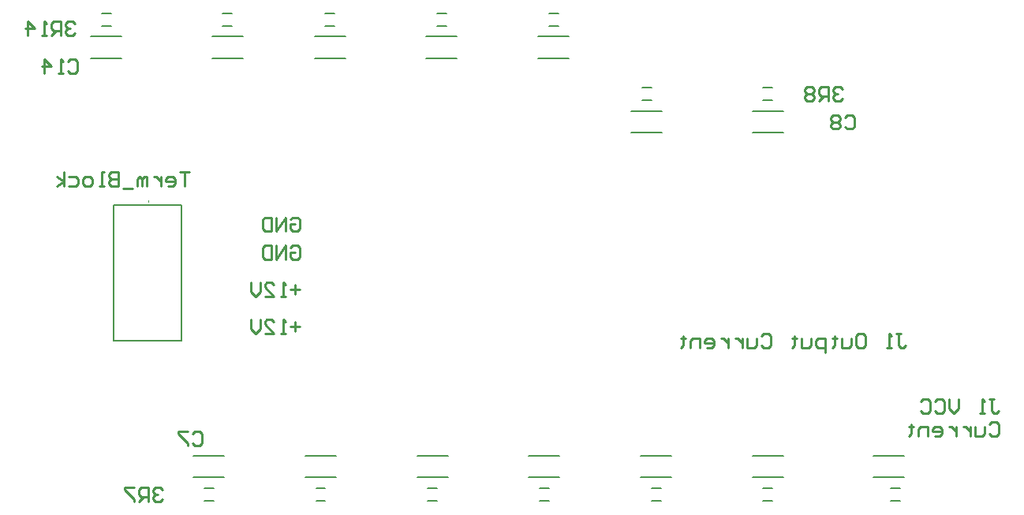
<source format=gbo>
G04*
G04 #@! TF.GenerationSoftware,Altium Limited,Altium Designer,23.5.1 (21)*
G04*
G04 Layer_Color=32896*
%FSLAX25Y25*%
%MOIN*%
G70*
G04*
G04 #@! TF.SameCoordinates,1A84014D-912B-431A-891A-BB623E0DE537*
G04*
G04*
G04 #@! TF.FilePolarity,Positive*
G04*
G01*
G75*
%ADD10C,0.00787*%
%ADD11C,0.00394*%
%ADD12C,0.01000*%
D10*
X172433Y287554D02*
X201173D01*
Y230467D02*
Y287554D01*
X172433Y230467D02*
X201173D01*
X172433D02*
Y287554D01*
X167323Y368799D02*
X171260D01*
X167323Y363484D02*
X171260D01*
X218504Y368799D02*
X222441D01*
X218504Y363484D02*
X222441D01*
X261811Y368799D02*
X265748D01*
X261811Y363484D02*
X265748D01*
X309055Y368799D02*
X312992D01*
X309055Y363484D02*
X312992D01*
X356299Y368799D02*
X360236D01*
X356299Y363484D02*
X360236D01*
X395669Y337303D02*
X399606D01*
X395669Y331988D02*
X399606D01*
X446850Y337303D02*
X450787D01*
X446850Y331988D02*
X450787D01*
X210630Y162697D02*
X214567D01*
X210630Y168012D02*
X214567D01*
X257874Y162697D02*
X261811D01*
X257874Y168012D02*
X261811D01*
X305118Y162697D02*
X309055D01*
X305118Y168012D02*
X309055D01*
X352362Y162697D02*
X356299D01*
X352362Y168012D02*
X356299D01*
X399606Y162697D02*
X403543D01*
X399606Y168012D02*
X403543D01*
X446850Y162697D02*
X450787D01*
X446850Y168012D02*
X450787D01*
X500689D02*
X504626D01*
X500689Y162697D02*
X504626D01*
X162783Y349693D02*
X175800D01*
X162783Y358969D02*
X175800D01*
X493492Y181804D02*
X506508D01*
X493492Y172527D02*
X506508D01*
X206090D02*
X219107D01*
X206090Y181804D02*
X219107D01*
X213964Y358969D02*
X226981D01*
X213964Y349693D02*
X226981D01*
X257271Y358969D02*
X270288D01*
X257271Y349693D02*
X270288D01*
X304515Y358969D02*
X317532D01*
X304515Y349693D02*
X317532D01*
X351760Y358969D02*
X364776D01*
X351760Y349693D02*
X364776D01*
X391129Y327473D02*
X404146D01*
X391129Y318197D02*
X404146D01*
X442311Y327473D02*
X455327D01*
X442311Y318197D02*
X455327D01*
X442311Y181804D02*
X455327D01*
X442311Y172527D02*
X455327D01*
X395066Y181804D02*
X408083D01*
X395066Y172527D02*
X408083D01*
X347822Y181804D02*
X360839D01*
X347822Y172527D02*
X360839D01*
X300578Y181804D02*
X313595D01*
X300578Y172527D02*
X313595D01*
X253334Y181804D02*
X266351D01*
X253334Y172527D02*
X266351D01*
D11*
X187000Y289128D02*
Y289522D01*
Y289128D01*
D12*
X542245Y205572D02*
X544245D01*
X543245D01*
Y200574D01*
X544245Y199574D01*
X545244D01*
X546244Y200574D01*
X540246Y199574D02*
X538247D01*
X539246D01*
Y205572D01*
X540246Y204572D01*
X529250Y205572D02*
Y201573D01*
X527250Y199574D01*
X525251Y201573D01*
Y205572D01*
X519253Y204572D02*
X520253Y205572D01*
X522252D01*
X523251Y204572D01*
Y200574D01*
X522252Y199574D01*
X520253D01*
X519253Y200574D01*
X513255Y204572D02*
X514254Y205572D01*
X516254D01*
X517253Y204572D01*
Y200574D01*
X516254Y199574D01*
X514254D01*
X513255Y200574D01*
X542245Y194975D02*
X543245Y195974D01*
X545244D01*
X546244Y194975D01*
Y190976D01*
X545244Y189976D01*
X543245D01*
X542245Y190976D01*
X540246Y193975D02*
Y190976D01*
X539246Y189976D01*
X536247D01*
Y193975D01*
X534248D02*
Y189976D01*
Y191976D01*
X533248Y192975D01*
X532249Y193975D01*
X531249D01*
X528250D02*
Y189976D01*
Y191976D01*
X527250Y192975D01*
X526251Y193975D01*
X525251D01*
X519253Y189976D02*
X521252D01*
X522252Y190976D01*
Y192975D01*
X521252Y193975D01*
X519253D01*
X518253Y192975D01*
Y191976D01*
X522252D01*
X516254Y189976D02*
Y193975D01*
X513255D01*
X512255Y192975D01*
Y189976D01*
X509256Y194975D02*
Y193975D01*
X510256D01*
X508256D01*
X509256D01*
Y190976D01*
X508256Y189976D01*
X247033Y281510D02*
X248017Y282494D01*
X249985D01*
X250969Y281510D01*
Y277574D01*
X249985Y276590D01*
X248017D01*
X247033Y277574D01*
Y279542D01*
X249001D01*
X245065Y276590D02*
Y282494D01*
X241129Y276590D01*
Y282494D01*
X239161D02*
Y276590D01*
X236210D01*
X235226Y277574D01*
Y281510D01*
X236210Y282494D01*
X239161D01*
X250969Y236235D02*
X247033D01*
X249001Y238203D02*
Y234267D01*
X245065Y233283D02*
X243097D01*
X244081D01*
Y239187D01*
X245065Y238203D01*
X236210Y233283D02*
X240145D01*
X236210Y237219D01*
Y238203D01*
X237193Y239187D01*
X239161D01*
X240145Y238203D01*
X234242Y239187D02*
Y235251D01*
X232274Y233283D01*
X230306Y235251D01*
Y239187D01*
X502875Y233407D02*
X504875D01*
X503875D01*
Y228409D01*
X504875Y227409D01*
X505874D01*
X506874Y228409D01*
X500876Y227409D02*
X498877D01*
X499876D01*
Y233407D01*
X500876Y232407D01*
X486880Y233407D02*
X488880D01*
X489880Y232407D01*
Y228409D01*
X488880Y227409D01*
X486880D01*
X485881Y228409D01*
Y232407D01*
X486880Y233407D01*
X483882Y231407D02*
Y228409D01*
X482882Y227409D01*
X479883D01*
Y231407D01*
X476884Y232407D02*
Y231407D01*
X477883D01*
X475884D01*
X476884D01*
Y228409D01*
X475884Y227409D01*
X472885Y225410D02*
Y231407D01*
X469886D01*
X468886Y230408D01*
Y228409D01*
X469886Y227409D01*
X472885D01*
X466887Y231407D02*
Y228409D01*
X465887Y227409D01*
X462888D01*
Y231407D01*
X459889Y232407D02*
Y231407D01*
X460889D01*
X458889D01*
X459889D01*
Y228409D01*
X458889Y227409D01*
X445894Y232407D02*
X446893Y233407D01*
X448893D01*
X449893Y232407D01*
Y228409D01*
X448893Y227409D01*
X446893D01*
X445894Y228409D01*
X443894Y231407D02*
Y228409D01*
X442895Y227409D01*
X439896D01*
Y231407D01*
X437896D02*
Y227409D01*
Y229408D01*
X436897Y230408D01*
X435897Y231407D01*
X434897D01*
X431898D02*
Y227409D01*
Y229408D01*
X430899Y230408D01*
X429899Y231407D01*
X428899D01*
X422901Y227409D02*
X424900D01*
X425900Y228409D01*
Y230408D01*
X424900Y231407D01*
X422901D01*
X421902Y230408D01*
Y229408D01*
X425900D01*
X419902Y227409D02*
Y231407D01*
X416903D01*
X415903Y230408D01*
Y227409D01*
X412904Y232407D02*
Y231407D01*
X413904D01*
X411905D01*
X412904D01*
Y228409D01*
X411905Y227409D01*
X247033Y269699D02*
X248017Y270683D01*
X249985D01*
X250969Y269699D01*
Y265763D01*
X249985Y264779D01*
X248017D01*
X247033Y265763D01*
Y267731D01*
X249001D01*
X245065Y264779D02*
Y270683D01*
X241129Y264779D01*
Y270683D01*
X239161D02*
Y264779D01*
X236210D01*
X235226Y265763D01*
Y269699D01*
X236210Y270683D01*
X239161D01*
X250969Y251983D02*
X247033D01*
X249001Y253951D02*
Y250015D01*
X245065Y249031D02*
X243097D01*
X244081D01*
Y254935D01*
X245065Y253951D01*
X236210Y249031D02*
X240145D01*
X236210Y252967D01*
Y253951D01*
X237193Y254935D01*
X239161D01*
X240145Y253951D01*
X234242Y254935D02*
Y250999D01*
X232274Y249031D01*
X230306Y250999D01*
Y254935D01*
X204300Y301698D02*
X200301D01*
X202301D01*
Y295700D01*
X195303D02*
X197302D01*
X198302Y296700D01*
Y298699D01*
X197302Y299699D01*
X195303D01*
X194303Y298699D01*
Y297699D01*
X198302D01*
X192304Y299699D02*
Y295700D01*
Y297699D01*
X191304Y298699D01*
X190305Y299699D01*
X189305D01*
X186306Y295700D02*
Y299699D01*
X185306D01*
X184307Y298699D01*
Y295700D01*
Y298699D01*
X183307Y299699D01*
X182307Y298699D01*
Y295700D01*
X180308Y294700D02*
X176309D01*
X174310Y301698D02*
Y295700D01*
X171311D01*
X170311Y296700D01*
Y297699D01*
X171311Y298699D01*
X174310D01*
X171311D01*
X170311Y299699D01*
Y300698D01*
X171311Y301698D01*
X174310D01*
X168312Y295700D02*
X166312D01*
X167312D01*
Y301698D01*
X168312D01*
X162314Y295700D02*
X160314D01*
X159315Y296700D01*
Y298699D01*
X160314Y299699D01*
X162314D01*
X163313Y298699D01*
Y296700D01*
X162314Y295700D01*
X153316Y299699D02*
X156316D01*
X157315Y298699D01*
Y296700D01*
X156316Y295700D01*
X153316D01*
X151317D02*
Y301698D01*
Y297699D02*
X148318Y299699D01*
X151317Y297699D02*
X148318Y295700D01*
X205724Y190976D02*
X206724Y191975D01*
X208723D01*
X209723Y190976D01*
Y186977D01*
X208723Y185977D01*
X206724D01*
X205724Y186977D01*
X203725Y191975D02*
X199726D01*
Y190976D01*
X203725Y186977D01*
Y185977D01*
X153105Y348456D02*
X154105Y349456D01*
X156104D01*
X157104Y348456D01*
Y344457D01*
X156104Y343458D01*
X154105D01*
X153105Y344457D01*
X151106Y343458D02*
X149107D01*
X150106D01*
Y349456D01*
X151106Y348456D01*
X143108Y343458D02*
Y349456D01*
X146107Y346457D01*
X142109D01*
X481315Y324834D02*
X482314Y325834D01*
X484314D01*
X485313Y324834D01*
Y320835D01*
X484314Y319836D01*
X482314D01*
X481315Y320835D01*
X479315Y324834D02*
X478316Y325834D01*
X476316D01*
X475317Y324834D01*
Y323834D01*
X476316Y322835D01*
X475317Y321835D01*
Y320835D01*
X476316Y319836D01*
X478316D01*
X479315Y320835D01*
Y321835D01*
X478316Y322835D01*
X479315Y323834D01*
Y324834D01*
X478316Y322835D02*
X476316D01*
X193037Y167354D02*
X192037Y168353D01*
X190038D01*
X189038Y167354D01*
Y166354D01*
X190038Y165354D01*
X191037D01*
X190038D01*
X189038Y164355D01*
Y163355D01*
X190038Y162355D01*
X192037D01*
X193037Y163355D01*
X187039Y162355D02*
Y168353D01*
X184040D01*
X183040Y167354D01*
Y165354D01*
X184040Y164355D01*
X187039D01*
X185039D02*
X183040Y162355D01*
X181041Y168353D02*
X177042D01*
Y167354D01*
X181041Y163355D01*
Y162355D01*
X156166Y364204D02*
X155166Y365204D01*
X153167D01*
X152167Y364204D01*
Y363204D01*
X153167Y362205D01*
X154166D01*
X153167D01*
X152167Y361205D01*
Y360205D01*
X153167Y359206D01*
X155166D01*
X156166Y360205D01*
X150168Y359206D02*
Y365204D01*
X147169D01*
X146169Y364204D01*
Y362205D01*
X147169Y361205D01*
X150168D01*
X148169D02*
X146169Y359206D01*
X144170D02*
X142170D01*
X143170D01*
Y365204D01*
X144170Y364204D01*
X136172Y359206D02*
Y365204D01*
X139171Y362205D01*
X135173D01*
X480438Y336645D02*
X479439Y337645D01*
X477439D01*
X476440Y336645D01*
Y335645D01*
X477439Y334646D01*
X478439D01*
X477439D01*
X476440Y333646D01*
Y332646D01*
X477439Y331647D01*
X479439D01*
X480438Y332646D01*
X474440Y331647D02*
Y337645D01*
X471441D01*
X470442Y336645D01*
Y334646D01*
X471441Y333646D01*
X474440D01*
X472441D02*
X470442Y331647D01*
X468442Y336645D02*
X467443Y337645D01*
X465443D01*
X464443Y336645D01*
Y335645D01*
X465443Y334646D01*
X464443Y333646D01*
Y332646D01*
X465443Y331647D01*
X467443D01*
X468442Y332646D01*
Y333646D01*
X467443Y334646D01*
X468442Y335645D01*
Y336645D01*
X467443Y334646D02*
X465443D01*
M02*

</source>
